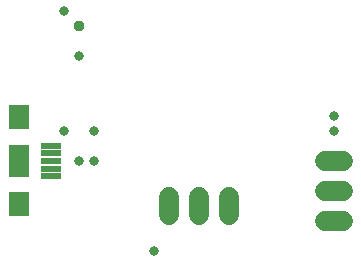
<source format=gbr>
G04 EAGLE Gerber X2 export*
%TF.Part,Single*%
%TF.FileFunction,Soldermask,Bot,1*%
%TF.FilePolarity,Negative*%
%TF.GenerationSoftware,Autodesk,EAGLE,9.1.1*%
%TF.CreationDate,2018-08-02T16:49:24Z*%
G75*
%MOMM*%
%FSLAX34Y34*%
%LPD*%
%AMOC8*
5,1,8,0,0,1.08239X$1,22.5*%
G01*
%ADD10C,1.727200*%
%ADD11R,1.653200X0.603200*%
%ADD12R,1.700000X2.000000*%
%ADD13R,1.700000X2.700000*%
%ADD14C,0.959600*%
%ADD15C,0.809600*%


D10*
X1244600Y452120D02*
X1244600Y436880D01*
X1219200Y436880D02*
X1219200Y452120D01*
X1193800Y452120D02*
X1193800Y436880D01*
D11*
X1094050Y482600D03*
X1094050Y476100D03*
X1094050Y469600D03*
X1094050Y489100D03*
X1094050Y495600D03*
D12*
X1066800Y445760D03*
X1066800Y519440D03*
D13*
X1066800Y482600D03*
D10*
X1325880Y431800D02*
X1341120Y431800D01*
X1341120Y457200D02*
X1325880Y457200D01*
X1325880Y482600D02*
X1341120Y482600D01*
D14*
X1117600Y596900D03*
D15*
X1104900Y609600D03*
X1333500Y520700D03*
X1333500Y508000D03*
X1181100Y406400D03*
X1130300Y482600D03*
X1117600Y482600D03*
X1104900Y508000D03*
X1117600Y571500D03*
X1130300Y508000D03*
M02*

</source>
